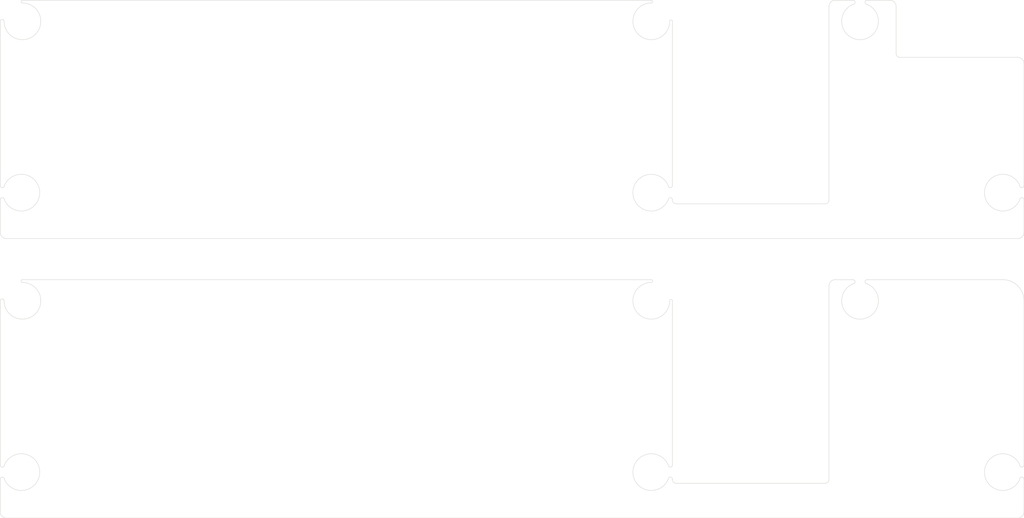
<source format=kicad_pcb>
(kicad_pcb (version 20171130) (host pcbnew "(5.1.12)-1")

  (general
    (thickness 1.6)
    (drawings 76)
    (tracks 0)
    (zones 0)
    (modules 0)
    (nets 1)
  )

  (page A4)
  (layers
    (0 F.Cu signal)
    (31 B.Cu signal)
    (32 B.Adhes user)
    (33 F.Adhes user)
    (34 B.Paste user)
    (35 F.Paste user)
    (36 B.SilkS user)
    (37 F.SilkS user)
    (38 B.Mask user)
    (39 F.Mask user)
    (40 Dwgs.User user)
    (41 Cmts.User user)
    (42 Eco1.User user)
    (43 Eco2.User user)
    (44 Edge.Cuts user)
    (45 Margin user)
    (46 B.CrtYd user)
    (47 F.CrtYd user)
    (48 B.Fab user)
    (49 F.Fab user)
  )

  (setup
    (last_trace_width 0.25)
    (user_trace_width 0.5)
    (trace_clearance 0.2)
    (zone_clearance 0)
    (zone_45_only no)
    (trace_min 0.2)
    (via_size 0.8)
    (via_drill 0.4)
    (via_min_size 0.4)
    (via_min_drill 0.3)
    (uvia_size 0.3)
    (uvia_drill 0.1)
    (uvias_allowed no)
    (uvia_min_size 0.2)
    (uvia_min_drill 0.1)
    (edge_width 0.05)
    (segment_width 0.2)
    (pcb_text_width 0.3)
    (pcb_text_size 1.5 1.5)
    (mod_edge_width 0.12)
    (mod_text_size 1 1)
    (mod_text_width 0.15)
    (pad_size 1.524 1.524)
    (pad_drill 0.762)
    (pad_to_mask_clearance 0)
    (aux_axis_origin 0 0)
    (visible_elements 7FFFFFFF)
    (pcbplotparams
      (layerselection 0x010fc_ffffffff)
      (usegerberextensions false)
      (usegerberattributes true)
      (usegerberadvancedattributes true)
      (creategerberjobfile true)
      (excludeedgelayer true)
      (linewidth 0.100000)
      (plotframeref false)
      (viasonmask false)
      (mode 1)
      (useauxorigin false)
      (hpglpennumber 1)
      (hpglpenspeed 20)
      (hpglpendiameter 15.000000)
      (psnegative false)
      (psa4output false)
      (plotreference true)
      (plotvalue true)
      (plotinvisibletext false)
      (padsonsilk false)
      (subtractmaskfromsilk false)
      (outputformat 1)
      (mirror false)
      (drillshape 1)
      (scaleselection 1)
      (outputdirectory ""))
  )

  (net 0 "")

  (net_class Default "This is the default net class."
    (clearance 0.2)
    (trace_width 0.25)
    (via_dia 0.8)
    (via_drill 0.4)
    (uvia_dia 0.3)
    (uvia_drill 0.1)
  )

  (gr_arc (start 106.397756 -11.013291) (end 108.929008 -11.013291) (angle -90) (layer Edge.Cuts) (width 0.05) (tstamp 63DBC84F))
  (gr_line (start -12.929696 15.031605) (end 108.183696 15.031605) (layer Edge.Cuts) (width 0.05) (tstamp 63AC1184))
  (gr_line (start -13.675008 14.286293) (end -13.675008 10.366889) (layer Edge.Cuts) (width 0.05) (tstamp 63AC1183))
  (gr_arc (start 64.293836 9.524985) (end 66.326371 8.683081) (angle -315) (layer Edge.Cuts) (width 0.05) (tstamp 63AC1182))
  (gr_line (start 90.138854 -13.544543) (end 106.397756 -13.544543) (layer Edge.Cuts) (width 0.05) (tstamp 63AC1181))
  (gr_arc (start 108.67965 8.683081) (end 108.430292 8.683081) (angle -180) (layer Edge.Cuts) (width 0.05) (tstamp 63AC1180))
  (gr_arc (start 64.293836 -11.013314) (end 64.293836 -13.213314) (angle -269.9961502) (layer Edge.Cuts) (width 0.05) (tstamp 63AC117F))
  (gr_arc (start 64.293836 -13.378929) (end 64.293836 -13.213315) (angle -180) (layer Edge.Cuts) (width 0.05) (tstamp 63AC117E))
  (gr_arc (start 90.138854 -13.295196) (end 90.138854 -13.544543) (angle -179.9997702) (layer Edge.Cuts) (width 0.05) (tstamp 63AC117A))
  (gr_arc (start 108.67965 10.366888) (end 108.929007 10.366888) (angle -180.0002298) (layer Edge.Cuts) (width 0.05) (tstamp 63AC1179))
  (gr_line (start 66.824944 10.417937) (end 66.824943 10.366888) (layer Edge.Cuts) (width 0.05) (tstamp 63AC1178))
  (gr_arc (start 66.575657 10.366888) (end 66.824943 10.366888) (angle -180) (layer Edge.Cuts) (width 0.05) (tstamp 63AC1177))
  (gr_arc (start 86.32024 -12.799231) (end 86.32024 -13.544543) (angle -90) (layer Edge.Cuts) (width 0.05) (tstamp 63AC1176))
  (gr_arc (start 66.575658 8.683081) (end 66.326372 8.683081) (angle -180) (layer Edge.Cuts) (width 0.05) (tstamp 63AC1175))
  (gr_line (start 108.929008 8.683081) (end 108.929008 -11.013291) (layer Edge.Cuts) (width 0.05) (tstamp 63AC1174))
  (gr_arc (start 66.65933 -11.013314) (end 66.824944 -11.013314) (angle -180) (layer Edge.Cuts) (width 0.05) (tstamp 63AC1173))
  (gr_line (start 66.824944 -11.013314) (end 66.824944 8.683081) (layer Edge.Cuts) (width 0.05) (tstamp 63AC1172))
  (gr_line (start 86.32024 -13.544543) (end 88.455046 -13.544543) (layer Edge.Cuts) (width 0.05) (tstamp 63AC1171))
  (gr_line (start 108.929008 14.286293) (end 108.929008 10.366889) (layer Edge.Cuts) (width 0.05) (tstamp 63AC1170))
  (gr_arc (start 106.397756 9.524985) (end 108.430291 8.683081) (angle -315) (layer Edge.Cuts) (width 0.05) (tstamp 63AC116F))
  (gr_arc (start 89.29695 -11.013314) (end 88.455046 -13.045849) (angle -315) (layer Edge.Cuts) (width 0.05) (tstamp 63AC116E))
  (gr_arc (start 88.455045 -13.295196) (end 88.455045 -13.045849) (angle -179.9997702) (layer Edge.Cuts) (width 0.05) (tstamp 63AC116D))
  (gr_arc (start 67.270256 10.417937) (end 67.270256 10.863249) (angle 90) (layer Edge.Cuts) (width 0.05) (tstamp 63AC116C))
  (gr_arc (start -12.929696 14.286293) (end -13.675008 14.286293) (angle -90) (layer Edge.Cuts) (width 0.05) (tstamp 63AC116B))
  (gr_arc (start 108.183696 14.286293) (end 108.183696 15.031605) (angle -90) (layer Edge.Cuts) (width 0.05) (tstamp 63AC116A))
  (gr_arc (start -11.013291 -11.013314) (end -13.213291 -11.013314) (angle -270) (layer Edge.Cuts) (width 0.05) (tstamp 63AC1169))
  (gr_line (start -11.013291 -13.544543) (end 64.293836 -13.544543) (layer Edge.Cuts) (width 0.05) (tstamp 63AC1168))
  (gr_arc (start -11.143756 9.524985) (end -13.176291 10.366889) (angle -315) (layer Edge.Cuts) (width 0.05) (tstamp 63AC1167))
  (gr_arc (start -13.42565 10.366889) (end -13.176292 10.366889) (angle -180) (layer Edge.Cuts) (width 0.05) (tstamp 63AC1166))
  (gr_line (start -13.675008 8.683081) (end -13.675008 -11.013314) (layer Edge.Cuts) (width 0.05) (tstamp 63AC1165))
  (gr_arc (start -11.013291 -13.378929) (end -11.013291 -13.544543) (angle -180) (layer Edge.Cuts) (width 0.05) (tstamp 63AC1162))
  (gr_line (start 67.270256 10.863249) (end 85.129616 10.863249) (layer Edge.Cuts) (width 0.05) (tstamp 63AC1161))
  (gr_arc (start -13.44415 -11.013314) (end -13.213292 -11.013314) (angle -180) (layer Edge.Cuts) (width 0.05) (tstamp 63AC1160))
  (gr_line (start 85.574928 10.417937) (end 85.574928 -12.799231) (layer Edge.Cuts) (width 0.05) (tstamp 63AC115F))
  (gr_arc (start -13.42565 8.683081) (end -13.675008 8.683081) (angle -180.0002298) (layer Edge.Cuts) (width 0.05) (tstamp 63AC115E))
  (gr_arc (start 85.129616 10.417937) (end 85.574928 10.417937) (angle 90) (layer Edge.Cuts) (width 0.05) (tstamp 63AC115D))
  (gr_line (start -13.675008 -19.213707) (end -13.675008 -23.133111) (layer Edge.Cuts) (width 0.05) (tstamp 6392E67F))
  (gr_arc (start -12.929696 -19.213707) (end -13.675008 -19.213707) (angle -90) (layer Edge.Cuts) (width 0.05) (tstamp 6392E673))
  (gr_arc (start 108.183696 -19.213707) (end 108.183696 -18.468395) (angle -90) (layer Edge.Cuts) (width 0.05) (tstamp 6392E63C))
  (gr_line (start -12.929696 -18.468395) (end 108.183696 -18.468395) (layer Edge.Cuts) (width 0.05))
  (gr_line (start -11.013291 -47.044543) (end 64.293836 -47.044543) (layer Edge.Cuts) (width 0.05) (tstamp 6391A599))
  (gr_arc (start -11.013291 -44.513314) (end -13.213291 -44.513314) (angle -270) (layer Edge.Cuts) (width 0.05) (tstamp 6391A596))
  (gr_arc (start -11.143756 -23.975015) (end -13.176291 -23.133111) (angle -315) (layer Edge.Cuts) (width 0.05) (tstamp 6391A592))
  (gr_line (start -13.675008 -24.816919) (end -13.675008 -44.513314) (layer Edge.Cuts) (width 0.05) (tstamp 6391A591))
  (gr_arc (start -13.44415 -44.513314) (end -13.213292 -44.513314) (angle -180) (layer Edge.Cuts) (width 0.05) (tstamp 6391A58B))
  (gr_arc (start -13.42565 -24.816919) (end -13.675008 -24.816919) (angle -180.0002298) (layer Edge.Cuts) (width 0.05) (tstamp 6391A588))
  (gr_arc (start -11.013291 -46.878929) (end -11.013291 -47.044543) (angle -180) (layer Edge.Cuts) (width 0.05) (tstamp 6391A569))
  (gr_arc (start -13.42565 -23.133111) (end -13.176292 -23.133111) (angle -180) (layer Edge.Cuts) (width 0.05) (tstamp 6391A561))
  (gr_arc (start 85.129616 -23.082063) (end 85.574928 -23.082063) (angle 90) (layer Edge.Cuts) (width 0.05) (tstamp 638C3D4C))
  (gr_line (start 85.574928 -23.082063) (end 85.574928 -46.299231) (layer Edge.Cuts) (width 0.05) (tstamp 638C3D67))
  (gr_line (start 67.270256 -22.636751) (end 85.129616 -22.636751) (layer Edge.Cuts) (width 0.05) (tstamp 638C3D64))
  (gr_arc (start 94.059296 -40.643767) (end 94.059296 -40.198455) (angle 90) (layer Edge.Cuts) (width 0.05) (tstamp 638C3D59))
  (gr_line (start 93.613984 -40.643767) (end 93.613984 -46.299231) (layer Edge.Cuts) (width 0.05) (tstamp 638C3D6B))
  (gr_line (start 108.183696 -40.198455) (end 94.059296 -40.198455) (layer Edge.Cuts) (width 0.05) (tstamp 638C3D6D))
  (gr_line (start 86.32024 -47.044543) (end 88.455046 -47.044543) (layer Edge.Cuts) (width 0.05) (tstamp 638C3D68))
  (gr_line (start 66.824944 -44.513314) (end 66.824944 -24.816919) (layer Edge.Cuts) (width 0.05) (tstamp 638C3D65))
  (gr_arc (start 108.183696 -39.453143) (end 108.929008 -39.453143) (angle -90) (layer Edge.Cuts) (width 0.05) (tstamp 638C3D63))
  (gr_line (start 108.929008 -24.816919) (end 108.929008 -39.453143) (layer Edge.Cuts) (width 0.05) (tstamp 638C3D61))
  (gr_arc (start 108.67965 -23.133112) (end 108.929007 -23.133112) (angle -180.0002298) (layer Edge.Cuts) (width 0.05) (tstamp 638C3D5D))
  (gr_arc (start 108.67965 -24.816919) (end 108.430292 -24.816919) (angle -180) (layer Edge.Cuts) (width 0.05) (tstamp 638C3D5C))
  (gr_line (start 90.138854 -47.044543) (end 92.868672 -47.044543) (layer Edge.Cuts) (width 0.05) (tstamp 638C3D5B))
  (gr_arc (start 89.29695 -44.513314) (end 88.455046 -46.545849) (angle -315) (layer Edge.Cuts) (width 0.05) (tstamp 638C3D58))
  (gr_arc (start 64.293836 -23.975015) (end 66.326371 -24.816919) (angle -315) (layer Edge.Cuts) (width 0.05) (tstamp 638C3D57))
  (gr_arc (start 106.397756 -23.975015) (end 108.430291 -24.816919) (angle -315) (layer Edge.Cuts) (width 0.05) (tstamp 638C3D54))
  (gr_arc (start 64.293836 -44.513314) (end 64.293836 -46.713314) (angle -269.9961502) (layer Edge.Cuts) (width 0.05) (tstamp 638C3D53))
  (gr_arc (start 67.270256 -23.082063) (end 67.270256 -22.636751) (angle 90) (layer Edge.Cuts) (width 0.05) (tstamp 638C3D52))
  (gr_arc (start 92.868672 -46.299231) (end 92.868672 -47.044543) (angle 90) (layer Edge.Cuts) (width 0.05) (tstamp 638C3D50))
  (gr_arc (start 86.32024 -46.299231) (end 86.32024 -47.044543) (angle -90) (layer Edge.Cuts) (width 0.05) (tstamp 638C3D4D))
  (gr_line (start 108.929008 -19.213707) (end 108.929008 -23.133111) (layer Edge.Cuts) (width 0.05) (tstamp 638C3D4A))
  (gr_arc (start 88.455045 -46.795196) (end 88.455045 -46.545849) (angle -179.9997702) (layer Edge.Cuts) (width 0.05) (tstamp 638C3D47))
  (gr_arc (start 66.65933 -44.513314) (end 66.824944 -44.513314) (angle -180) (layer Edge.Cuts) (width 0.05) (tstamp 638C3D46))
  (gr_arc (start 66.575658 -24.816919) (end 66.326372 -24.816919) (angle -180) (layer Edge.Cuts) (width 0.05) (tstamp 638C3D45))
  (gr_arc (start 66.575657 -23.133112) (end 66.824943 -23.133112) (angle -180) (layer Edge.Cuts) (width 0.05) (tstamp 638C3D44))
  (gr_line (start 66.824944 -23.082063) (end 66.824943 -23.133112) (layer Edge.Cuts) (width 0.05) (tstamp 638C3D43))
  (gr_arc (start 64.293836 -46.878929) (end 64.293836 -46.713315) (angle -180) (layer Edge.Cuts) (width 0.05) (tstamp 638C3D42))
  (gr_arc (start 90.138854 -46.795196) (end 90.138854 -47.044543) (angle -179.9997702) (layer Edge.Cuts) (width 0.05) (tstamp 638C3D41))

)

</source>
